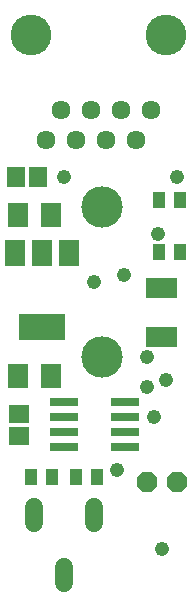
<source format=gts>
G75*
%MOIN*%
%OFA0B0*%
%FSLAX24Y24*%
%IPPOS*%
%LPD*%
%AMOC8*
5,1,8,0,0,1.08239X$1,22.5*
%
%ADD10C,0.1380*%
%ADD11C,0.0634*%
%ADD12C,0.1360*%
%ADD13R,0.0946X0.0316*%
%ADD14R,0.0671X0.0592*%
%ADD15R,0.0710X0.0789*%
%ADD16R,0.0395X0.0552*%
%ADD17C,0.0600*%
%ADD18R,0.0592X0.0671*%
%ADD19R,0.0260X0.0670*%
%ADD20R,0.0671X0.0867*%
%ADD21R,0.1576X0.0867*%
%ADD22OC8,0.0674*%
%ADD23C,0.0476*%
D10*
X003680Y008555D03*
X003680Y013555D03*
D11*
X003805Y015805D03*
X002805Y015805D03*
X001805Y015805D03*
X002305Y016805D03*
X003305Y016805D03*
X004305Y016805D03*
X005305Y016805D03*
X004805Y015805D03*
D12*
X005805Y019305D03*
X001305Y019305D03*
D13*
X002406Y007055D03*
X002406Y006555D03*
X002406Y006055D03*
X002406Y005555D03*
X004454Y005555D03*
X004454Y006055D03*
X004454Y006555D03*
X004454Y007055D03*
D14*
X000930Y006679D03*
X000930Y005931D03*
D15*
X000879Y007930D03*
X001981Y007930D03*
X001981Y013305D03*
X000879Y013305D03*
D16*
X005576Y013805D03*
X006284Y013805D03*
X006284Y012055D03*
X005576Y012055D03*
X003534Y004555D03*
X002826Y004555D03*
X002034Y004555D03*
X001326Y004555D03*
D17*
X002430Y001565D02*
X002430Y001045D01*
X001430Y003045D02*
X001430Y003565D01*
X003430Y003565D02*
X003430Y003045D01*
D18*
X001554Y014555D03*
X000806Y014555D03*
D19*
X005300Y010865D03*
X005550Y010865D03*
X005810Y010865D03*
X006060Y010865D03*
X006060Y009245D03*
X005810Y009245D03*
X005550Y009245D03*
X005300Y009245D03*
D20*
X002586Y012045D03*
X001680Y012045D03*
X000774Y012045D03*
D21*
X001680Y009565D03*
D22*
X005180Y004405D03*
X006180Y004405D03*
D23*
X004180Y004805D03*
X005430Y006555D03*
X005180Y007555D03*
X005805Y007805D03*
X005180Y008555D03*
X003430Y011055D03*
X004430Y011305D03*
X005555Y012680D03*
X006180Y014555D03*
X002430Y014555D03*
X005680Y002180D03*
M02*

</source>
